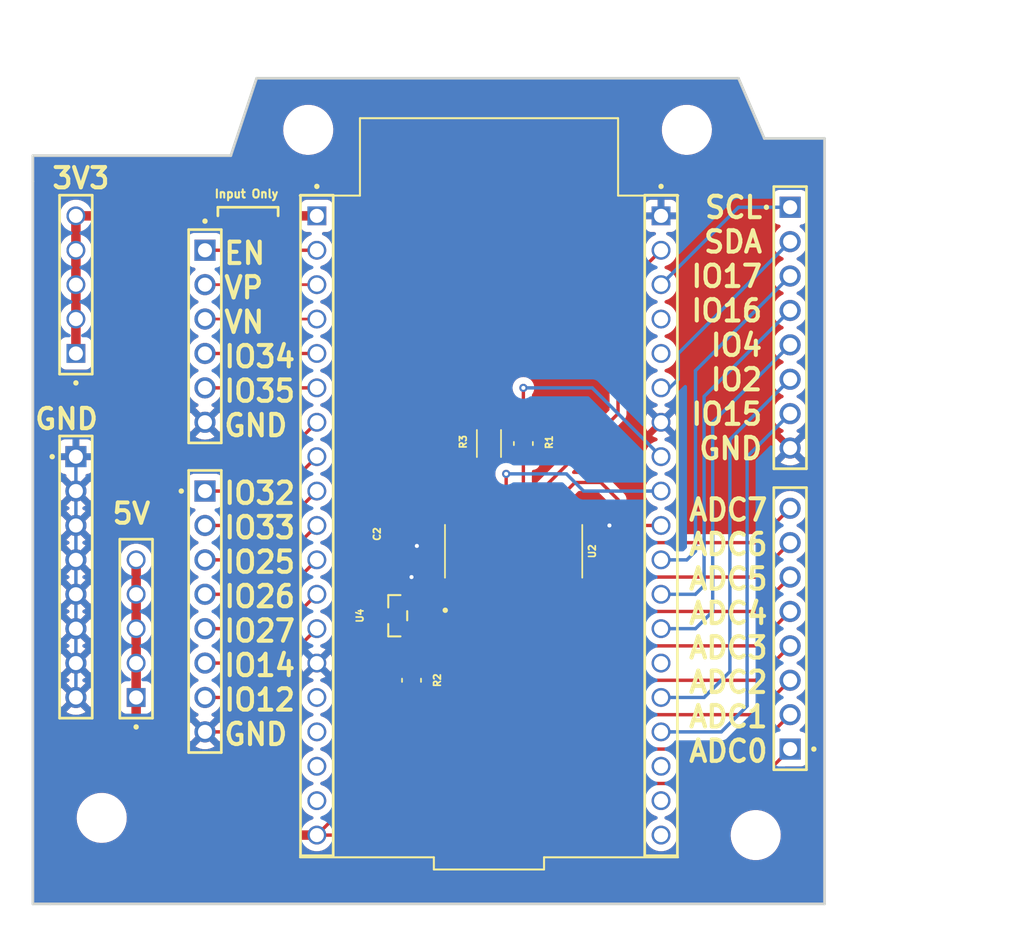
<source format=kicad_pcb>
(kicad_pcb (version 20221018) (generator pcbnew)
  (layers (0 "F.Cu" signal) (31 "B.Cu" signal) (34 "B.Paste" user) (35 "F.Paste" user) (36 "B.SilkS" user "B.Silkscreen") (37 "F.SilkS" user "F.Silkscreen") (38 "B.Mask" user) (39 "F.Mask" user) (44 "Edge.Cuts" user))
  (net 0 "")
  (net 1 "/3V3")
  (net 2 "/EN")
  (net 3 "/VP")
  (net 4 "/VN")
  (net 5 "/34")
  (net 6 "/35")
  (net 7 "/32")
  (net 8 "/33")
  (net 9 "/25")
  (net 10 "/26")
  (net 11 "/27")
  (net 12 "/14")
  (net 13 "/12")
  (net 18 "/5V")
  (net 19 "GND")
  (net 20 "/23")
  (net 21 "/22")
  (net 24 "/21")
  (net 25 "/19")
  (net 26 "/18")
  (net 27 "/5")
  (net 28 "/17")
  (net 29 "/16")
  (net 30 "/4")
  (net 32 "/2")
  (net 33 "/15")
  (net 37 "Net-(U2-CH0)")
  (net 38 "Net-(U2-CH1)")
  (net 39 "Net-(U2-CH2)")
  (net 40 "Net-(U2-CH3)")
  (net 41 "Net-(U2-CH4)")
  (net 42 "Net-(U2-CH5)")
  (net 43 "Net-(U2-CH6)")
  (net 44 "Net-(U2-CH7)")
  (net 46 "Net-(U2-DOUT)")
  (net 47 "/4.096Vref")
  (footprint "SSW-119-01-G-S:SAMTEC_SSW-119-01-G-S" (layer "F.Cu") (at 220.345 85.09 -90)
    (fp_text reference "J4" hide)
    (fp_text value "SSW-119-01-G-S")
    (fp_line (start -1.525 1.2065) (end -1.525 -1.2065) (stroke (width 0.2)) (layer "F.SilkS"))
    (fp_line (start 47.245 -1.2065) (end -1.525 -1.2065) (stroke (width 0.2)) (layer "F.SilkS"))
    (fp_line (start 47.245 -1.2065) (end 47.245 1.2065) (stroke (width 0.2)) (layer "F.SilkS"))
    (fp_line (start 47.245 1.2065) (end -1.525 1.2065) (stroke (width 0.2)) (layer "F.SilkS"))
    (fp_circle (center -2.175 0) (end -2.075 0) (stroke (width 0.2)) (fill none) (layer "F.SilkS"))
    (pad "01" thru_hole rect (at 0 0 270) (size 1.39 1.39) (drill 1.04) (layers "*.Cu" "*.Mask") (net 19 "GND"))
    (pad "02" thru_hole circle (at 2.54 0 270) (size 1.39 1.39) (drill 1.04) (layers "*.Cu" "*.Mask") (net 20 "/23"))
    (pad "03" thru_hole circle (at 5.08 0 270) (size 1.39 1.39) (drill 1.04) (layers "*.Cu" "*.Mask") (net 21 "/22"))
    (pad "04" thru_hole circle (at 7.62 0 270) (size 1.39 1.39) (drill 1.04) (layers "*.Cu" "*.Mask"))
    (pad "05" thru_hole circle (at 10.16 0 270) (size 1.39 1.39) (drill 1.04) (layers "*.Cu" "*.Mask"))
    (pad "06" thru_hole circle (at 12.7 0 270) (size 1.39 1.39) (drill 1.04) (layers "*.Cu" "*.Mask") (net 24 "/21"))
    (pad "07" thru_hole circle (at 15.24 0 270) (size 1.39 1.39) (drill 1.04) (layers "*.Cu" "*.Mask") (net 19 "GND"))
    (pad "08" thru_hole circle (at 17.78 0 270) (size 1.39 1.39) (drill 1.04) (layers "*.Cu" "*.Mask") (net 25 "/19"))
    (pad "09" thru_hole circle (at 20.32 0 270) (size 1.39 1.39) (drill 1.04) (layers "*.Cu" "*.Mask") (net 26 "/18"))
    (pad "10" thru_hole circle (at 22.86 0 270) (size 1.39 1.39) (drill 1.04) (layers "*.Cu" "*.Mask") (net 27 "/5"))
    (pad "11" thru_hole circle (at 25.4 0 270) (size 1.39 1.39) (drill 1.04) (layers "*.Cu" "*.Mask") (net 28 "/17"))
    (pad "12" thru_hole circle (at 27.94 0 270) (size 1.39 1.39) (drill 1.04) (layers "*.Cu" "*.Mask") (net 29 "/16"))
    (pad "13" thru_hole circle (at 30.48 0 270) (size 1.39 1.39) (drill 1.04) (layers "*.Cu" "*.Mask") (net 30 "/4"))
    (pad "14" thru_hole circle (at 33.02 0 270) (size 1.39 1.39) (drill 1.04) (layers "*.Cu" "*.Mask"))
    (pad "15" thru_hole circle (at 35.56 0 270) (size 1.39 1.39) (drill 1.04) (layers "*.Cu" "*.Mask") (net 32 "/2"))
    (pad "16" thru_hole circle (at 38.1 0 270) (size 1.39 1.39) (drill 1.04) (layers "*.Cu" "*.Mask") (net 33 "/15"))
    (pad "17" thru_hole circle (at 40.64 0 270) (size 1.39 1.39) (drill 1.04) (layers "*.Cu" "*.Mask"))
    (pad "18" thru_hole circle (at 43.18 0 270) (size 1.39 1.39) (drill 1.04) (layers "*.Cu" "*.Mask"))
    (pad "19" thru_hole circle (at 45.72 0 270) (size 1.39 1.39) (drill 1.04) (layers "*.Cu" "*.Mask"))
  )
  (footprint "CRGH0805J6K8:RESC2012X65N" (layer "F.Cu") (at 210.185 101.9 90)
    (fp_text reference "R1" (at 0.0984 1.905 90) (layer "F.SilkS") (effects (font (size 0.5 0.5) (thickness 0.125) bold)))
    (fp_text value "CRGH0805J6K8")
    (fp_line (start -0.12 -0.7) (end 0.12 -0.7) (stroke (width 0.127)) (layer "F.SilkS"))
    (fp_line (start -0.12 0.7) (end 0.12 0.7) (stroke (width 0.127)) (layer "F.SilkS"))
    (pad "1" smd rect (at -0.935 0 90) (size 1 1.42) (layers "F.Cu" "F.Paste" "F.Mask") (net 46 "Net-(U2-DOUT)"))
    (pad "2" smd rect (at 0.935 0 90) (size 1 1.42) (layers "F.Cu" "F.Paste" "F.Mask") (net 25 "/19"))
  )
  (footprint "MountingHole:MountingHole_3.2mm_M3" (layer "F.Cu") (at 227.33 130.81 180)
    (fp_text reference "REF**" hide)
    (fp_text value "MountingHole_3.2mm_M3" hide)
    (pad "" np_thru_hole circle (at 0 0 180) (size 3.2 3.2) (drill 3.2) (layers "F&B.Cu" "*.Mask"))
  )
  (footprint "MountingHole:MountingHole_3.2mm_M3" (layer "F.Cu") (at 222.25 78.74 180)
    (fp_text reference "REF**" hide)
    (fp_text value "MountingHole_3.2mm_M3")
    (pad "" np_thru_hole circle (at 0 0 180) (size 3.2 3.2) (drill 3.2) (layers "F&B.Cu" "*.Mask"))
  )
  (footprint "MountingHole:MountingHole_3.2mm_M3" (layer "F.Cu") (at 194.31 78.74 180)
    (fp_text reference "REF**" hide)
    (fp_text value "MountingHole_3.2mm_M3")
    (pad "" np_thru_hole circle (at 0 0 180) (size 3.2 3.2) (drill 3.2) (layers "F&B.Cu" "*.Mask"))
  )
  (footprint "SSW-119-01-G-S:SAMTEC_SSW-119-01-G-S" (layer "F.Cu") (at 194.945 85.09 -90)
    (fp_text reference "J1" hide)
    (fp_text value "SSW-119-01-G-S")
    (fp_line (start -1.525 1.2065) (end -1.525 -1.2065) (stroke (width 0.2)) (layer "F.SilkS"))
    (fp_line (start 47.245 -1.2065) (end -1.525 -1.2065) (stroke (width 0.2)) (layer "F.SilkS"))
    (fp_line (start 47.245 -1.2065) (end 47.245 1.2065) (stroke (width 0.2)) (layer "F.SilkS"))
    (fp_line (start 47.245 1.2065) (end -1.525 1.2065) (stroke (width 0.2)) (layer "F.SilkS"))
    (fp_circle (center -2.175 0) (end -2.075 0) (stroke (width 0.2)) (fill none) (layer "F.SilkS"))
    (pad "01" thru_hole rect (at 0 0 270) (size 1.39 1.39) (drill 1.04) (layers "*.Cu" "*.Mask") (net 1 "/3V3"))
    (pad "02" thru_hole circle (at 2.54 0 270) (size 1.39 1.39) (drill 1.04) (layers "*.Cu" "*.Mask") (net 2 "/EN"))
    (pad "03" thru_hole circle (at 5.08 0 270) (size 1.39 1.39) (drill 1.04) (layers "*.Cu" "*.Mask") (net 3 "/VP"))
    (pad "04" thru_hole circle (at 7.62 0 270) (size 1.39 1.39) (drill 1.04) (layers "*.Cu" "*.Mask") (net 4 "/VN"))
    (pad "05" thru_hole circle (at 10.16 0 270) (size 1.39 1.39) (drill 1.04) (layers "*.Cu" "*.Mask") (net 5 "/34"))
    (pad "06" thru_hole circle (at 12.7 0 270) (size 1.39 1.39) (drill 1.04) (layers "*.Cu" "*.Mask") (net 6 "/35"))
    (pad "07" thru_hole circle (at 15.24 0 270) (size 1.39 1.39) (drill 1.04) (layers "*.Cu" "*.Mask") (net 7 "/32"))
    (pad "08" thru_hole circle (at 17.78 0 270) (size 1.39 1.39) (drill 1.04) (layers "*.Cu" "*.Mask") (net 8 "/33"))
    (pad "09" thru_hole circle (at 20.32 0 270) (size 1.39 1.39) (drill 1.04) (layers "*.Cu" "*.Mask") (net 9 "/25"))
    (pad "10" thru_hole circle (at 22.86 0 270) (size 1.39 1.39) (drill 1.04) (layers "*.Cu" "*.Mask") (net 10 "/26"))
    (pad "11" thru_hole circle (at 25.4 0 270) (size 1.39 1.39) (drill 1.04) (layers "*.Cu" "*.Mask") (net 11 "/27"))
    (pad "12" thru_hole circle (at 27.94 0 270) (size 1.39 1.39) (drill 1.04) (layers "*.Cu" "*.Mask") (net 12 "/14"))
    (pad "13" thru_hole circle (at 30.48 0 270) (size 1.39 1.39) (drill 1.04) (layers "*.Cu" "*.Mask") (net 13 "/12"))
    (pad "14" thru_hole circle (at 33.02 0 270) (size 1.39 1.39) (drill 1.04) (layers "*.Cu" "*.Mask") (net 19 "GND"))
    (pad "15" thru_hole circle (at 35.56 0 270) (size 1.39 1.39) (drill 1.04) (layers "*.Cu" "*.Mask"))
    (pad "16" thru_hole circle (at 38.1 0 270) (size 1.39 1.39) (drill 1.04) (layers "*.Cu" "*.Mask"))
    (pad "17" thru_hole circle (at 40.64 0 270) (size 1.39 1.39) (drill 1.04) (layers "*.Cu" "*.Mask"))
    (pad "18" thru_hole circle (at 43.18 0 270) (size 1.39 1.39) (drill 1.04) (layers "*.Cu" "*.Mask"))
    (pad "19" thru_hole circle (at 45.72 0 270) (size 1.39 1.39) (drill 1.04) (layers "*.Cu" "*.Mask") (net 18 "/5V"))
  )
  (footprint "SSW-105-01-G-S:SAMTEC_SSW-105-01-G-S" (layer "F.Cu") (at 177.165 95.25 90)
    (fp_text reference "J6" hide)
    (fp_text value "SSW-105-01-G-S")
    (fp_line (start -1.525 1.2065) (end -1.525 -1.2065) (stroke (width 0.2)) (layer "F.SilkS"))
    (fp_line (start 11.685 -1.2065) (end -1.525 -1.2065) (stroke (width 0.2)) (layer "F.SilkS"))
    (fp_line (start 11.685 -1.2065) (end 11.685 1.2065) (stroke (width 0.2)) (layer "F.SilkS"))
    (fp_line (start 11.685 1.2065) (end -1.525 1.2065) (stroke (width 0.2)) (layer "F.SilkS"))
    (fp_circle (center -2.175 0) (end -2.075 0) (stroke (width 0.2)) (fill none) (layer "F.SilkS"))
    (pad "01" thru_hole rect (at 0 0 90) (size 1.39 1.39) (drill 1.04) (layers "*.Cu" "*.Mask") (net 1 "/3V3"))
    (pad "02" thru_hole circle (at 2.54 0 90) (size 1.39 1.39) (drill 1.04) (layers "*.Cu" "*.Mask") (net 1 "/3V3"))
    (pad "03" thru_hole circle (at 5.08 0 90) (size 1.39 1.39) (drill 1.04) (layers "*.Cu" "*.Mask") (net 1 "/3V3"))
    (pad "04" thru_hole circle (at 7.62 0 90) (size 1.39 1.39) (drill 1.04) (layers "*.Cu" "*.Mask") (net 1 "/3V3"))
    (pad "05" thru_hole circle (at 10.16 0 90) (size 1.39 1.39) (drill 1.04) (layers "*.Cu" "*.Mask") (net 1 "/3V3"))
  )
  (footprint "SSW-108-XX-X-S:SAMTEC_SSW-108-XX-X-S" (layer "F.Cu") (at 186.69 114.3 -90)
    (fp_text reference "J3" hide)
    (fp_text value "SSW-108-XX-X-S")
    (fp_line (start -10.415 -1.205) (end 10.415 -1.205) (stroke (width 0.2)) (layer "F.SilkS"))
    (fp_line (start -10.415 1.205) (end -10.415 -1.205) (stroke (width 0.2)) (layer "F.SilkS"))
    (fp_line (start 10.415 -1.205) (end 10.415 1.205) (stroke (width 0.2)) (layer "F.SilkS"))
    (fp_line (start 10.415 1.205) (end -10.415 1.205) (stroke (width 0.2)) (layer "F.SilkS"))
    (fp_circle (center -8.89 1.75) (end -8.79 1.75) (stroke (width 0.2)) (fill none) (layer "F.SilkS"))
    (pad "01" thru_hole rect (at -8.89 0 270) (size 1.56 1.56) (drill 1.04) (layers "*.Cu" "*.Mask") (net 7 "/32"))
    (pad "02" thru_hole circle (at -6.35 0 270) (size 1.56 1.56) (drill 1.04) (layers "*.Cu" "*.Mask") (net 8 "/33"))
    (pad "03" thru_hole circle (at -3.81 0 270) (size 1.56 1.56) (drill 1.04) (layers "*.Cu" "*.Mask") (net 9 "/25"))
    (pad "04" thru_hole circle (at -1.27 0 270) (size 1.56 1.56) (drill 1.04) (layers "*.Cu" "*.Mask") (net 10 "/26"))
    (pad "05" thru_hole circle (at 1.27 0 270) (size 1.56 1.56) (drill 1.04) (layers "*.Cu" "*.Mask") (net 11 "/27"))
    (pad "06" thru_hole circle (at 3.81 0 270) (size 1.56 1.56) (drill 1.04) (layers "*.Cu" "*.Mask") (net 12 "/14"))
    (pad "07" thru_hole circle (at 6.35 0 270) (size 1.56 1.56) (drill 1.04) (layers "*.Cu" "*.Mask") (net 13 "/12"))
    (pad "08" thru_hole circle (at 8.89 0 270) (size 1.56 1.56) (drill 1.04) (layers "*.Cu" "*.Mask") (net 19 "GND"))
  )
  (footprint "MountingHole:MountingHole_3.2mm_M3" (layer "F.Cu") (at 179.07 129.54 180)
    (fp_text reference "REF**" hide)
    (fp_text value "MountingHole_3.2mm_M3" hide)
    (pad "" np_thru_hole circle (at 0 0 180) (size 3.2 3.2) (drill 3.2) (layers "F&B.Cu" "*.Mask"))
  )
  (footprint "SSW-108-XX-X-S:SAMTEC_SSW-108-XX-X-S" (layer "F.Cu") (at 177.165 111.76 -90)
    (fp_text reference "J8" hide)
    (fp_text value "SSW-108-XX-X-S")
    (fp_line (start -10.415 -1.205) (end 10.415 -1.205) (stroke (width 0.2)) (layer "F.SilkS"))
    (fp_line (start -10.415 1.205) (end -10.415 -1.205) (stroke (width 0.2)) (layer "F.SilkS"))
    (fp_line (start 10.415 -1.205) (end 10.415 1.205) (stroke (width 0.2)) (layer "F.SilkS"))
    (fp_line (start 10.415 1.205) (end -10.415 1.205) (stroke (width 0.2)) (layer "F.SilkS"))
    (fp_circle (center -8.89 1.75) (end -8.79 1.75) (stroke (width 0.2)) (fill none) (layer "F.SilkS"))
    (pad "01" thru_hole rect (at -8.89 0 270) (size 1.56 1.56) (drill 1.04) (layers "*.Cu" "*.Mask") (net 19 "GND"))
    (pad "02" thru_hole circle (at -6.35 0 270) (size 1.56 1.56) (drill 1.04) (layers "*.Cu" "*.Mask") (net 19 "GND"))
    (pad "03" thru_hole circle (at -3.81 0 270) (size 1.56 1.56) (drill 1.04) (layers "*.Cu" "*.Mask") (net 19 "GND"))
    (pad "04" thru_hole circle (at -1.27 0 270) (size 1.56 1.56) (drill 1.04) (layers "*.Cu" "*.Mask") (net 19 "GND"))
    (pad "05" thru_hole circle (at 1.27 0 270) (size 1.56 1.56) (drill 1.04) (layers "*.Cu" "*.Mask") (net 19 "GND"))
    (pad "06" thru_hole circle (at 3.81 0 270) (size 1.56 1.56) (drill 1.04) (layers "*.Cu" "*.Mask") (net 19 "GND"))
    (pad "07" thru_hole circle (at 6.35 0 270) (size 1.56 1.56) (drill 1.04) (layers "*.Cu" "*.Mask") (net 19 "GND"))
    (pad "08" thru_hole circle (at 8.89 0 270) (size 1.56 1.56) (drill 1.04) (layers "*.Cu" "*.Mask") (net 19 "GND"))
  )
  (footprint "SSW-106-01-X-S:SAMTEC_SSW-106-01-X-S" (layer "F.Cu") (at 186.69 93.98 -90)
    (fp_text reference "J2" hide)
    (fp_text value "SSW-106-01-X-S")
    (fp_line (start -7.875 -1.205) (end 7.875 -1.205) (stroke (width 0.2)) (layer "F.SilkS"))
    (fp_line (start -7.875 1.205) (end -7.875 -1.205) (stroke (width 0.2)) (layer "F.SilkS"))
    (fp_line (start 7.875 -1.205) (end 7.875 1.205) (stroke (width 0.2)) (layer "F.SilkS"))
    (fp_line (start 7.875 1.205) (end -7.875 1.205) (stroke (width 0.2)) (layer "F.SilkS"))
    (fp_circle (center -8.5 0) (end -8.4 0) (stroke (width 0.2)) (fill none) (layer "F.SilkS"))
    (pad "01" thru_hole rect (at -6.35 0 270) (size 1.56 1.56) (drill 1.04) (layers "*.Cu" "*.Mask") (net 2 "/EN"))
    (pad "02" thru_hole circle (at -3.81 0 270) (size 1.56 1.56) (drill 1.04) (layers "*.Cu" "*.Mask") (net 3 "/VP"))
    (pad "03" thru_hole circle (at -1.27 0 270) (size 1.56 1.56) (drill 1.04) (layers "*.Cu" "*.Mask") (net 4 "/VN"))
    (pad "04" thru_hole circle (at 1.27 0 270) (size 1.56 1.56) (drill 1.04) (layers "*.Cu" "*.Mask") (net 5 "/34"))
    (pad "05" thru_hole circle (at 3.81 0 270) (size 1.56 1.56) (drill 1.04) (layers "*.Cu" "*.Mask") (net 6 "/35"))
    (pad "06" thru_hole circle (at 6.35 0 270) (size 1.56 1.56) (drill 1.04) (layers "*.Cu" "*.Mask") (net 19 "GND"))
  )
  (footprint "SSW-105-01-G-S:SAMTEC_SSW-105-01-G-S" (layer "F.Cu") (at 181.61 120.65 90)
    (fp_text reference "J7" hide)
    (fp_text value "SSW-105-01-G-S" hide)
    (fp_line (start -1.525 1.2065) (end -1.525 -1.2065) (stroke (width 0.2)) (layer "F.SilkS"))
    (fp_line (start 11.685 -1.2065) (end -1.525 -1.2065) (stroke (width 0.2)) (layer "F.SilkS"))
    (fp_line (start 11.685 -1.2065) (end 11.685 1.2065) (stroke (width 0.2)) (layer "F.SilkS"))
    (fp_line (start 11.685 1.2065) (end -1.525 1.2065) (stroke (width 0.2)) (layer "F.SilkS"))
    (fp_circle (center -2.175 0) (end -2.075 0) (stroke (width 0.2)) (fill none) (layer "F.SilkS"))
    (pad "01" thru_hole rect (at 0 0 90) (size 1.39 1.39) (drill 1.04) (layers "*.Cu" "*.Mask") (net 18 "/5V"))
    (pad "02" thru_hole circle (at 2.54 0 90) (size 1.39 1.39) (drill 1.04) (layers "*.Cu" "*.Mask") (net 18 "/5V"))
    (pad "03" thru_hole circle (at 5.08 0 90) (size 1.39 1.39) (drill 1.04) (layers "*.Cu" "*.Mask") (net 18 "/5V"))
    (pad "04" thru_hole circle (at 7.62 0 90) (size 1.39 1.39) (drill 1.04) (layers "*.Cu" "*.Mask") (net 18 "/5V"))
    (pad "05" thru_hole circle (at 10.16 0 90) (size 1.39 1.39) (drill 1.04) (layers "*.Cu" "*.Mask") (net 18 "/5V"))
  )
  (footprint "C0805C104K5RACTU:CAPC2012X88N" (layer "F.Cu") (at 201.055 108.585 -90)
    (fp_text reference "C2" (at 0 1.665 90) (layer "F.SilkS") (effects (font (size 0.5 0.5) (thickness 0.125) bold)))
    (fp_text value "C0805C104K5RACTU")
    (pad "1" smd rect (at -0.875 0 270) (size 1.16 1.47) (layers "F.Cu" "F.Paste" "F.Mask") (net 18 "/5V"))
    (pad "2" smd rect (at 0.875 0 270) (size 1.16 1.47) (layers "F.Cu" "F.Paste" "F.Mask") (net 19 "GND"))
  )
  (footprint "CRG0805F10K:RESC2012X65N" (layer "F.Cu") (at 207.645 101.9 -90)
    (fp_text reference "R3" (at -0.121633 1.905 90) (layer "F.SilkS") (effects (font (size 0.5 0.5) (thickness 0.125) bold)))
    (fp_text value "CRG0805F10K")
    (fp_line (start -1 -0.89) (end 1 -0.89) (stroke (width 0.127)) (layer "F.SilkS"))
    (fp_line (start -1 0.89) (end 1 0.89) (stroke (width 0.127)) (layer "F.SilkS"))
    (pad "1" smd roundrect (at -0.935 0 270) (size 1 1.42) (layers "F.Cu" "F.Paste" "F.Mask") (roundrect_rratio 0.125) (net 25 "/19"))
    (pad "2" smd roundrect (at 0.935 0 270) (size 1 1.42) (layers "F.Cu" "F.Paste" "F.Mask") (roundrect_rratio 0.125) (net 19 "GND"))
  )
  (footprint "SSW-108-XX-X-S:SAMTEC_SSW-108-XX-X-S" (layer "F.Cu") (at 229.87 115.57 90)
    (fp_text reference "J9" hide)
    (fp_text value "SSW-108-XX-X-S")
    (fp_line (start -10.415 -1.205) (end 10.415 -1.205) (stroke (width 0.2)) (layer "F.SilkS"))
    (fp_line (start -10.415 1.205) (end -10.415 -1.205) (stroke (width 0.2)) (layer "F.SilkS"))
    (fp_line (start 10.415 -1.205) (end 10.415 1.205) (stroke (width 0.2)) (layer "F.SilkS"))
    (fp_line (start 10.415 1.205) (end -10.415 1.205) (stroke (width 0.2)) (layer "F.SilkS"))
    (fp_circle (center -8.89 1.75) (end -8.79 1.75) (stroke (width 0.2)) (fill none) (layer "F.SilkS"))
    (pad "01" thru_hole rect (at -8.89 0 90) (size 1.56 1.56) (drill 1.04) (layers "*.Cu" "*.Mask") (net 37 "Net-(U2-CH0)"))
    (pad "02" thru_hole circle (at -6.35 0 90) (size 1.56 1.56) (drill 1.04) (layers "*.Cu" "*.Mask") (net 38 "Net-(U2-CH1)"))
    (pad "03" thru_hole circle (at -3.81 0 90) (size 1.56 1.56) (drill 1.04) (layers "*.Cu" "*.Mask") (net 39 "Net-(U2-CH2)"))
    (pad "04" thru_hole circle (at -1.27 0 90) (size 1.56 1.56) (drill 1.04) (layers "*.Cu" "*.Mask") (net 40 "Net-(U2-CH3)"))
    (pad "05" thru_hole circle (at 1.27 0 90) (size 1.56 1.56) (drill 1.04) (layers "*.Cu" "*.Mask") (net 41 "Net-(U2-CH4)"))
    (pad "06" thru_hole circle (at 3.81 0 90) (size 1.56 1.56) (drill 1.04) (layers "*.Cu" "*.Mask") (net 42 "Net-(U2-CH5)"))
    (pad "07" thru_hole circle (at 6.35 0 90) (size 1.56 1.56) (drill 1.04) (layers "*.Cu" "*.Mask") (net 43 "Net-(U2-CH6)"))
    (pad "08" thru_hole circle (at 8.89 0 90) (size 1.56 1.56) (drill 1.04) (layers "*.Cu" "*.Mask") (net 44 "Net-(U2-CH7)"))
  )
  (footprint "CRGH0805F1K0:RESC2012X65N" (layer "F.Cu") (at 201.93 119.38 90)
    (fp_text reference "R2" (at 0 1.905 90) (layer "F.SilkS") (effects (font (size 0.5 0.5) (thickness 0.125) bold)))
    (fp_text value "CRGH0805F1K0")
    (fp_line (start -0.12 -0.7) (end 0.12 -0.7) (stroke (width 0.127)) (layer "F.SilkS"))
    (fp_line (start -0.12 0.7) (end 0.12 0.7) (stroke (width 0.127)) (layer "F.SilkS"))
    (pad "1" smd rect (at -0.935 0 90) (size 1 1.42) (layers "F.Cu" "F.Paste" "F.Mask") (net 18 "/5V"))
    (pad "2" smd rect (at 0.935 0 90) (size 1 1.42) (layers "F.Cu" "F.Paste" "F.Mask") (net 47 "/4.096Vref"))
  )
  (footprint "footprints:DBZ3" (layer "F.Cu") (at 200.914 114.615001 90)
    (fp_text reference "U4" (at 0 -2.794 90 unlocked) (layer "F.SilkS") (effects (font (size 0.5 0.5) (thickness 0.125))))
    (fp_text value "LM4040AIM3-4.1/NOPB")
    (fp_line (start -1.524 -0.6985) (end -1.524 0.200916) (stroke (width 0.1524)) (layer "F.SilkS"))
    (fp_line (start -0.61214 -0.6985) (end -1.524 -0.6985) (stroke (width 0.1524)) (layer "F.SilkS"))
    (fp_line (start -0.337861 0.6985) (end 0.337861 0.6985) (stroke (width 0.1524)) (layer "F.SilkS"))
    (fp_line (start 1.524 -0.6985) (end 0.61214 -0.6985) (stroke (width 0.1524)) (layer "F.SilkS"))
    (fp_line (start 1.524 0.200916) (end 1.524 -0.6985) (stroke (width 0.1524)) (layer "F.SilkS"))
    (pad "1" smd rect (at -0.950001 1.016 90) (size 0.5588 1.3208) (layers "F.Cu" "F.Paste" "F.Mask") (net 47 "/4.096Vref"))
    (pad "2" smd rect (at 0.950001 1.016 90) (size 0.5588 1.3208) (layers "F.Cu" "F.Paste" "F.Mask") (net 19 "GND"))
    (pad "3" smd rect (at 0 -0.88265 90) (size 0.5588 1.5875) (layers "F.Cu" "F.Paste" "F.Mask"))
  )
  (footprint "MCP3208-CI_SL:SOIC127P600X175-16N" (layer "F.Cu") (at 209.465 109.855 90)
    (fp_text reference "U2" (at 0 5.8 90) (layer "F.SilkS") (effects (font (size 0.5 0.5) (thickness 0.125) bold)))
    (fp_text value "MCP3208-CI_SL")
    (fp_line (start -1.95 -5.065) (end 1.95 -5.065) (stroke (width 0.127)) (layer "F.SilkS"))
    (fp_line (start -1.95 5.065) (end 1.95 5.065) (stroke (width 0.127)) (layer "F.SilkS"))
    (fp_circle (center -4.355 -5.045) (end -4.255 -5.045) (stroke (width 0.2)) (fill none) (layer "F.SilkS"))
    (pad "1" smd roundrect (at -2.455 -4.445 90) (size 1.9 0.6) (layers "F.Cu" "F.Paste" "F.Mask") (roundrect_rratio 0.125) (net 37 "Net-(U2-CH0)"))
    (pad "2" smd roundrect (at -2.455 -3.175 90) (size 1.9 0.6) (layers "F.Cu" "F.Paste" "F.Mask") (roundrect_rratio 0.125) (net 38 "Net-(U2-CH1)"))
    (pad "3" smd roundrect (at -2.455 -1.905 90) (size 1.9 0.6) (layers "F.Cu" "F.Paste" "F.Mask") (roundrect_rratio 0.125) (net 39 "Net-(U2-CH2)"))
    (pad "4" smd roundrect (at -2.455 -0.635 90) (size 1.9 0.6) (layers "F.Cu" "F.Paste" "F.Mask") (roundrect_rratio 0.125) (net 40 "Net-(U2-CH3)"))
    (pad "5" smd roundrect (at -2.455 0.635 90) (size 1.9 0.6) (layers "F.Cu" "F.Paste" "F.Mask") (roundrect_rratio 0.125) (net 41 "Net-(U2-CH4)"))
    (pad "6" smd roundrect (at -2.455 1.905 90) (size 1.9 0.6) (layers "F.Cu" "F.Paste" "F.Mask") (roundrect_rratio 0.125) (net 42 "Net-(U2-CH5)"))
    (pad "7" smd roundrect (at -2.455 3.175 90) (size 1.9 0.6) (layers "F.Cu" "F.Paste" "F.Mask") (roundrect_rratio 0.125) (net 43 "Net-(U2-CH6)"))
    (pad "8" smd roundrect (at -2.455 4.445 90) (size 1.9 0.6) (layers "F.Cu" "F.Paste" "F.Mask") (roundrect_rratio 0.125) (net 44 "Net-(U2-CH7)"))
    (pad "9" smd roundrect (at 2.455 4.445 90) (size 1.9 0.6) (layers "F.Cu" "F.Paste" "F.Mask") (roundrect_rratio 0.125) (net 19 "GND"))
    (pad "10" smd roundrect (at 2.455 3.175 90) (size 1.9 0.6) (layers "F.Cu" "F.Paste" "F.Mask") (roundrect_rratio 0.125) (net 27 "/5"))
    (pad "11" smd roundrect (at 2.455 1.905 90) (size 1.9 0.6) (layers "F.Cu" "F.Paste" "F.Mask") (roundrect_rratio 0.125) (net 20 "/23"))
    (pad "12" smd roundrect (at 2.455 0.635 90) (size 1.9 0.6) (layers "F.Cu" "F.Paste" "F.Mask") (roundrect_rratio 0.125) (net 46 "Net-(U2-DOUT)"))
    (pad "13" smd roundrect (at 2.455 -0.635 90) (size 1.9 0.6) (layers "F.Cu" "F.Paste" "F.Mask") (roundrect_rratio 0.125) (net 26 "/18"))
    (pad "14" smd roundrect (at 2.455 -1.905 90) (size 1.9 0.6) (layers "F.Cu" "F.Paste" "F.Mask") (roundrect_rratio 0.125) (net 19 "GND"))
    (pad "15" smd roundrect (at 2.455 -3.175 90) (size 1.9 0.6) (layers "F.Cu" "F.Paste" "F.Mask") (roundrect_rratio 0.125) (net 47 "/4.096Vref"))
    (pad "16" smd roundrect (at 2.455 -4.445 90) (size 1.9 0.6) (layers "F.Cu" "F.Paste" "F.Mask") (roundrect_rratio 0.125) (net 18 "/5V"))
  )
  (footprint "SSW-108-XX-X-S:SAMTEC_SSW-108-XX-X-S" (layer "F.Cu") (at 229.87 93.345 -90)
    (fp_text reference "J5" hide)
    (fp_text value "SSW-108-XX-X-S")
    (fp_line (start -10.415 -1.205) (end 10.415 -1.205) (stroke (width 0.2)) (layer "F.SilkS"))
    (fp_line (start -10.415 1.205) (end -10.415 -1.205) (stroke (width 0.2)) (layer "F.SilkS"))
    (fp_line (start 10.415 -1.205) (end 10.415 1.205) (stroke (width 0.2)) (layer "F.SilkS"))
    (fp_line (start 10.415 1.205) (end -10.415 1.205) (stroke (width 0.2)) (layer "F.SilkS"))
    (fp_circle (center -8.89 1.75) (end -8.79 1.75) (stroke (width 0.2)) (fill none) (layer "F.SilkS"))
    (pad "01" thru_hole rect (at -8.89 0 270) (size 1.56 1.56) (drill 1.04) (layers "*.Cu" "*.Mask") (net 21 "/22"))
    (pad "02" thru_hole circle (at -6.35 0 270) (size 1.56 1.56) (drill 1.04) (layers "*.Cu" "*.Mask") (net 24 "/21"))
    (pad "03" thru_hole circle (at -3.81 0 270) (size 1.56 1.56) (drill 1.04) (layers "*.Cu" "*.Mask") (net 28 "/17"))
    (pad "04" thru_hole circle (at -1.27 0 270) (size 1.56 1.56) (drill 1.04) (layers "*.Cu" "*.Mask") (net 29 "/16"))
    (pad "05" thru_hole circle (at 1.27 0 270) (size 1.56 1.56) (drill 1.04) (layers "*.Cu" "*.Mask") (net 30 "/4"))
    (pad "06" thru_hole circle (at 3.81 0 270) (size 1.56 1.56) (drill 1.04) (layers "*.Cu" "*.Mask") (net 32 "/2"))
    (pad "07" thru_hole circle (at 6.35 0 270) (size 1.56 1.56) (drill 1.04) (layers "*.Cu" "*.Mask") (net 33 "/15"))
    (pad "08" thru_hole circle (at 8.89 0 270) (size 1.56 1.56) (drill 1.04) (layers "*.Cu" "*.Mask") (net 19 "GND"))
  )
  (gr_line (start 187.6425 85.09) (end 187.6425 84.455) (stroke (width 0.2)) (layer "F.SilkS"))
  (gr_line (start 217.175 77.88) (end 217.175 83.595) (stroke (width 0.15)) (layer "F.SilkS"))
  (gr_line (start 193.7 132.45) (end 203.58 132.45) (stroke (width 0.15)) (layer "F.SilkS"))
  (gr_line (start 203.58 132.45) (end 203.58 133.35) (stroke (width 0.15)) (layer "F.SilkS"))
  (gr_line (start 211.71 132.45) (end 221.6 132.45) (stroke (width 0.15)) (layer "F.SilkS"))
  (gr_line (start 217.175 83.595) (end 221.62 83.595) (stroke (width 0.15)) (layer "F.SilkS"))
  (gr_line (start 203.58 133.35) (end 211.71 133.35) (stroke (width 0.15)) (layer "F.SilkS"))
  (gr_line (start 198.125 83.595) (end 198.125 77.88) (stroke (width 0.15)) (layer "F.SilkS"))
  (gr_line (start 198.125 77.88) (end 217.175 77.88) (stroke (width 0.15)) (layer "F.SilkS"))
  (gr_line (start 192.0875 84.455) (end 192.0875 85.09) (stroke (width 0.2)) (layer "F.SilkS"))
  (gr_line (start 211.71 133.35) (end 211.71 132.45) (stroke (width 0.15)) (layer "F.SilkS"))
  (gr_line (start 187.6425 84.455) (end 192.0875 84.455) (stroke (width 0.2)) (layer "F.SilkS"))
  (gr_line (start 198.125 83.595) (end 193.68 83.595) (stroke (width 0.15)) (layer "F.SilkS"))
  (gr_line (start 190.5 74.93) (end 226.06 74.93) (stroke (width 0.2)) (layer "Edge.Cuts"))
  (gr_line (start 173.99 135.89) (end 175.26 135.89) (stroke (width 0.2)) (layer "Edge.Cuts"))
  (gr_line (start 232.41 135.89) (end 175.26 135.89) (stroke (width 0.2)) (layer "Edge.Cuts"))
  (gr_line (start 232.41 135.89) (end 232.41 79.375) (stroke (width 0.2)) (layer "Edge.Cuts"))
  (gr_line (start 188.595 80.645) (end 190.5 74.93) (stroke (width 0.2)) (layer "Edge.Cuts"))
  (gr_line (start 173.99 82.55) (end 173.99 135.89) (stroke (width 0.2)) (layer "Edge.Cuts"))
  (gr_line (start 232.41 79.375) (end 227.965 79.375) (stroke (width 0.2)) (layer "Edge.Cuts"))
  (gr_line (start 173.99 82.55) (end 173.99 80.645) (stroke (width 0.2)) (layer "Edge.Cuts"))
  (gr_line (start 226.06 74.93) (end 227.965 79.375) (stroke (width 0.2)) (layer "Edge.Cuts"))
  (gr_line (start 173.99 80.645) (end 188.595 80.645) (stroke (width 0.2)) (layer "Edge.Cuts"))
  (gr_text "EN\nVP\nVN\nIO34\nIO35\nGND" (at 187.96 101.5) (layer "F.SilkS") (effects (font (size 1.58 1.5) (thickness 0.3) bold) (justify left bottom)))
  (gr_text "GND" (at 173.99 100.965) (layer "F.SilkS") (effects (font (size 1.5 1.5) (thickness 0.3) bold) (justify left bottom)))
  (gr_text "SCL\nSDA\nIO17\nIO16\nIO4\nIO2\nIO15\nGND" (at 227.965 103.2) (layer "F.SilkS") (effects (font (size 1.58 1.5) (thickness 0.3) bold) (justify right bottom)))
  (gr_text "5V" (at 179.705 107.95) (layer "F.SilkS") (effects (font (size 1.5 1.5) (thickness 0.3) bold) (justify left bottom)))
  (gr_text "Input Only \n" (at 187.325 83.82) (layer "F.SilkS") (effects (font (size 0.6 0.6) (thickness 0.15) bold) (justify left bottom)))
  (gr_text "ADC7\nADC6\nADC5\nADC4\nADC3\nADC2\nADC1\nADC0" (at 222.25 125.54) (layer "F.SilkS") (effects (font (size 1.58 1.5) (thickness 0.3) bold) (justify left bottom)))
  (gr_text "3V3" (at 175.26 83.185) (layer "F.SilkS") (effects (font (size 1.5 1.5) (thickness 0.3) bold) (justify left bottom)))
  (gr_text "IO32\nIO33\nIO25\nIO26\nIO27\nIO14\nIO12\nGND\n" (at 187.96 124.3) (layer "F.SilkS") (effects (font (size 1.58 1.5) (thickness 0.3) bold) (justify left bottom)))
  (segment (start 194.945 85.09) (end 177.165 85.09) (width 0.7) (layer "F.Cu") (net 1))
  (segment (start 177.165 85.09) (end 177.165 95.25) (width 0.7) (layer "F.Cu") (net 1))
  (segment (start 186.69 87.63) (end 194.945 87.63) (width 0.25) (layer "F.Cu") (net 2))
  (segment (start 186.69 90.17) (end 194.945 90.17) (width 0.2) (layer "F.Cu") (net 3))
  (segment (start 186.69 92.71) (end 194.945 92.71) (width 0.2) (layer "F.Cu") (net 4))
  (segment (start 186.69 95.25) (end 194.945 95.25) (width 0.25) (layer "F.Cu") (net 5))
  (segment (start 186.69 97.79) (end 194.945 97.79) (width 0.25) (layer "F.Cu") (net 6))
  (segment (start 189.865 105.41) (end 194.945 100.33) (width 0.25) (layer "F.Cu") (net 7))
  (segment (start 186.69 105.41) (end 189.865 105.41) (width 0.25) (layer "F.Cu") (net 7))
  (segment (start 189.865 107.95) (end 194.945 102.87) (width 0.25) (layer "F.Cu") (net 8))
  (segment (start 186.69 107.95) (end 189.865 107.95) (width 0.25) (layer "F.Cu") (net 8))
  (segment (start 189.865 110.49) (end 194.945 105.41) (width 0.25) (layer "F.Cu") (net 9))
  (segment (start 186.69 110.49) (end 189.865 110.49) (width 0.25) (layer "F.Cu") (net 9))
  (segment (start 194.945 107.95) (end 189.865 113.03) (width 0.25) (layer "F.Cu") (net 10))
  (segment (start 189.865 113.03) (end 186.69 113.03) (width 0.25) (layer "F.Cu") (net 10))
  (segment (start 189.865 115.57) (end 194.945 110.49) (width 0.25) (layer "F.Cu") (net 11))
  (segment (start 186.69 115.57) (end 189.865 115.57) (width 0.25) (layer "F.Cu") (net 11))
  (segment (start 186.69 118.11) (end 189.865 118.11) (width 0.25) (layer "F.Cu") (net 12))
  (segment (start 189.865 118.11) (end 194.945 113.03) (width 0.25) (layer "F.Cu") (net 12))
  (segment (start 189.865 120.65) (end 194.945 115.57) (width 0.25) (layer "F.Cu") (net 13))
  (segment (start 186.69 120.65) (end 189.865 120.65) (width 0.25) (layer "F.Cu") (net 13))
  (segment (start 201.93 120.315) (end 201.93 128.905) (width 0.25) (layer "F.Cu") (net 18))
  (segment (start 181.61 124.4158) (end 181.61 120.65) (width 0.25) (layer "F.Cu") (net 18))
  (segment (start 181.61 124.4158) (end 181.61 118.11) (width 0.25) (layer "F.Cu") (net 18))
  (segment (start 198.12 109.22) (end 198.12 127.635) (width 0.25) (layer "F.Cu") (net 18))
  (segment (start 181.61 124.4158) (end 181.61 115.57) (width 0.25) (layer "F.Cu") (net 18))
  (segment (start 201.93 128.905) (end 200.025 130.81) (width 0.25) (layer "F.Cu") (net 18))
  (segment (start 198.12 127.635) (end 194.945 130.81) (width 0.25) (layer "F.Cu") (net 18))
  (segment (start 201.055 107.71) (end 199.63 107.71) (width 0.25) (layer "F.Cu") (net 18))
  (segment (start 199.63 107.71) (end 198.12 109.22) (width 0.25) (layer "F.Cu") (net 18))
  (segment (start 204.71 107.71) (end 205.02 107.4) (width 0.25) (layer "F.Cu") (net 18))
  (segment (start 200.025 130.81) (end 194.945 130.81) (width 0.25) (layer "F.Cu") (net 18))
  (segment (start 201.055 107.71) (end 204.71 107.71) (width 0.25) (layer "F.Cu") (net 18))
  (segment (start 188.0042 130.81) (end 181.61 124.4158) (width 0.7) (layer "F.Cu") (net 18))
  (segment (start 181.61 124.4158) (end 181.61 110.49) (width 0.7) (layer "F.Cu") (net 18))
  (segment (start 181.61 124.4158) (end 181.61 113.03) (width 0.25) (layer "F.Cu") (net 18))
  (segment (start 194.945 130.81) (end 188.0042 130.81) (width 0.7) (layer "F.Cu") (net 18))
  (segment (start 215.985 107.4) (end 216.535 107.95) (width 0.25) (layer "F.Cu") (net 19))
  (segment (start 207.645 107.315) (end 207.56 107.4) (width 0.25) (layer "F.Cu") (net 19))
  (segment (start 207.56 109.135) (end 207.645 109.22) (width 0.25) (layer "F.Cu") (net 19))
  (segment (start 213.995 109.22) (end 213.995 107.485) (width 0.25) (layer "F.Cu") (net 19))
  (segment (start 213.91 107.4) (end 215.985 107.4) (width 0.25) (layer "F.Cu") (net 19))
  (segment (start 213.995 107.485) (end 213.91 107.4) (width 0.25) (layer "F.Cu") (net 19))
  (segment (start 207.61 102.87) (end 207.645 102.835) (width 0.25) (layer "F.Cu") (net 19))
  (segment (start 207.645 109.22) (end 213.995 109.22) (width 0.25) (layer "F.Cu") (net 19))
  (segment (start 201.055 109.46) (end 202.325 109.46) (width 0.25) (layer "F.Cu") (net 19))
  (segment (start 207.645 102.835) (end 207.645 107.315) (width 0.25) (layer "F.Cu") (net 19))
  (segment (start 194.945 118.11) (end 189.865 123.19) (width 0.25) (layer "F.Cu") (net 19))
  (segment (start 201.93 113.665) (end 201.93 111.76) (width 0.25) (layer "F.Cu") (net 19))
  (segment (start 207.56 107.4) (end 207.56 109.135) (width 0.25) (layer "F.Cu") (net 19))
  (segment (start 189.865 123.19) (end 186.69 123.19) (width 0.25) (layer "F.Cu") (net 19))
  (via (at 202.325 109.46) (size 0.6) (drill 0.3) (layers "F.Cu" "B.Cu") (net 19))
  (via (at 216.535 107.95) (size 0.6) (drill 0.3) (layers "F.Cu" "B.Cu") (net 19))
  (via (at 201.93 111.76) (size 0.6) (drill 0.3) (layers "F.Cu" "B.Cu") (net 19))
  (segment (start 177.165 102.87) (end 177.165 120.65) (width 0.25) (layer "B.Cu") (net 19))
  (segment (start 220.345 87.63) (end 217.17 90.805) (width 0.25) (layer "F.Cu") (net 20))
  (segment (start 211.37 107.4) (end 211.455 107.315) (width 0.25) (layer "F.Cu") (net 20))
  (segment (start 211.455 105.41) (end 217.17 99.695) (width 0.25) (layer "F.Cu") (net 20))
  (segment (start 211.455 107.315) (end 211.455 105.41) (width 0.25) (layer "F.Cu") (net 20))
  (segment (start 217.17 90.805) (end 217.17 99.695) (width 0.25) (layer "F.Cu") (net 20))
  (segment (start 220.345 90.17) (end 226.06 84.455) (width 0.25) (layer "B.Cu") (net 21))
  (segment (start 226.06 84.455) (end 229.87 84.455) (width 0.25) (layer "B.Cu") (net 21))
  (segment (start 220.345 97.79) (end 220.98 97.79) (width 0.25) (layer "B.Cu") (net 24))
  (segment (start 220.98 97.79) (end 221.615 97.155) (width 0.25) (layer "B.Cu") (net 24))
  (segment (start 221.615 95.25) (end 229.87 86.995) (width 0.25) (layer "B.Cu") (net 24))
  (segment (start 221.615 97.155) (end 221.615 95.25) (width 0.25) (layer "B.Cu") (net 24))
  (segment (start 210.185 97.79) (end 210.185 100.965) (width 0.25) (layer "F.Cu") (net 25))
  (segment (start 207.645 100.965) (end 210.185 100.965) (width 0.25) (layer "F.Cu") (net 25))
  (via (at 210.185 97.79) (size 0.6) (drill 0.3) (layers "F.Cu" "B.Cu") (net 25))
  (segment (start 215.265 97.79) (end 210.185 97.79) (width 0.25) (layer "B.Cu") (net 25))
  (segment (start 215.265 97.79) (end 220.345 102.87) (width 0.25) (layer "B.Cu") (net 25))
  (segment (start 208.83 107.4) (end 208.915 107.315) (width 0.25) (layer "F.Cu") (net 26))
  (segment (start 208.83 107.4) (end 208.83 107.865) (width 0.25) (layer "F.Cu") (net 26))
  (segment (start 208.915 107.315) (end 208.915 104.14) (width 0.25) (layer "F.Cu") (net 26))
  (segment (start 208.83 107.865) (end 208.915 107.95) (width 0.25) (layer "F.Cu") (net 26))
  (via (at 208.915 104.14) (size 0.6) (drill 0.3) (layers "F.Cu" "B.Cu") (net 26))
  (segment (start 214.63 105.41) (end 220.345 105.41) (width 0.25) (layer "B.Cu") (net 26))
  (segment (start 213.36 104.14) (end 214.63 105.41) (width 0.25) (layer "B.Cu") (net 26))
  (segment (start 208.915 104.14) (end 213.36 104.14) (width 0.25) (layer "B.Cu") (net 26))
  (segment (start 213.995 104.775) (end 215.9 104.775) (width 0.25) (layer "F.Cu") (net 27))
  (segment (start 217.17 106.045) (end 217.17 107.315) (width 0.25) (layer "F.Cu") (net 27))
  (segment (start 217.805 107.95) (end 220.345 107.95) (width 0.25) (layer "F.Cu") (net 27))
  (segment (start 217.17 107.315) (end 217.805 107.95) (width 0.25) (layer "F.Cu") (net 27))
  (segment (start 212.64 106.13) (end 213.995 104.775) (width 0.25) (layer "F.Cu") (net 27))
  (segment (start 212.64 107.4) (end 212.64 106.13) (width 0.25) (layer "F.Cu") (net 27))
  (segment (start 215.9 104.775) (end 217.17 106.045) (width 0.25) (layer "F.Cu") (net 27))
  (segment (start 222.885 109.855) (end 222.885 96.52) (width 0.25) (layer "B.Cu") (net 28))
  (segment (start 220.345 110.49) (end 222.25 110.49) (width 0.25) (layer "B.Cu") (net 28))
  (segment (start 222.25 110.49) (end 222.885 109.855) (width 0.25) (layer "B.Cu") (net 28))
  (segment (start 222.885 96.52) (end 229.87 89.535) (width 0.25) (layer "B.Cu") (net 28))
  (segment (start 223.52 112.395) (end 223.52 98.425) (width 0.25) (layer "B.Cu") (net 29))
  (segment (start 220.345 113.03) (end 222.885 113.03) (width 0.25) (layer "B.Cu") (net 29))
  (segment (start 223.52 98.425) (end 229.87 92.075) (width 0.25) (layer "B.Cu") (net 29))
  (segment (start 222.885 113.03) (end 223.52 112.395) (width 0.25) (layer "B.Cu") (net 29))
  (segment (start 224.155 100.33) (end 229.87 94.615) (width 0.25) (layer "B.Cu") (net 30))
  (segment (start 220.345 115.57) (end 222.885 115.57) (width 0.25) (layer "B.Cu") (net 30))
  (segment (start 224.155 114.3) (end 224.155 100.33) (width 0.25) (layer "B.Cu") (net 30))
  (segment (start 222.885 115.57) (end 224.155 114.3) (width 0.25) (layer "B.Cu") (net 30))
  (segment (start 220.345 120.65) (end 223.52 120.65) (width 0.25) (layer "B.Cu") (net 32))
  (segment (start 223.52 120.65) (end 225.425 118.745) (width 0.25) (layer "B.Cu") (net 32))
  (segment (start 225.425 101.6) (end 229.87 97.155) (width 0.25) (layer "B.Cu") (net 32))
  (segment (start 225.425 118.745) (end 225.425 101.6) (width 0.25) (layer "B.Cu") (net 32))
  (segment (start 226.695 102.87) (end 229.87 99.695) (width 0.25) (layer "B.Cu") (net 33))
  (segment (start 220.345 123.19) (end 224.79 123.19) (width 0.25) (layer "B.Cu") (net 33))
  (segment (start 226.695 121.285) (end 226.695 102.87) (width 0.25) (layer "B.Cu") (net 33))
  (segment (start 224.79 123.19) (end 226.695 121.285) (width 0.25) (layer "B.Cu") (net 33))
  (segment (start 214.63 127) (end 227.33 127) (width 0.25) (layer "F.Cu") (net 37))
  (segment (start 205.02 117.39) (end 214.63 127) (width 0.25) (layer "F.Cu") (net 37))
  (segment (start 205.02 112.31) (end 205.02 117.39) (width 0.25) (layer "F.Cu") (net 37))
  (segment (start 227.33 127) (end 229.87 124.46) (width 0.25) (layer "F.Cu") (net 37))
  (segment (start 227.33 124.46) (end 229.87 121.92) (width 0.25) (layer "F.Cu") (net 38))
  (segment (start 206.29 112.31) (end 206.375 112.395) (width 0.25) (layer "F.Cu") (net 38))
  (segment (start 213.36 124.46) (end 227.33 124.46) (width 0.25) (layer "F.Cu") (net 38))
  (segment (start 206.375 117.475) (end 213.36 124.46) (width 0.25) (layer "F.Cu") (net 38))
  (segment (start 206.375 112.395) (end 206.375 117.475) (width 0.25) (layer "F.Cu") (net 38))
  (segment (start 212.09 121.92) (end 227.33 121.92) (width 0.25) (layer "F.Cu") (net 39))
  (segment (start 207.56 117.39) (end 212.09 121.92) (width 0.25) (layer "F.Cu") (net 39))
  (segment (start 207.56 112.31) (end 207.645 112.395) (width 0.25) (layer "F.Cu") (net 39))
  (segment (start 207.56 112.31) (end 207.56 117.39) (width 0.25) (layer "F.Cu") (net 39))
  (segment (start 227.33 121.92) (end 229.87 119.38) (width 0.25) (layer "F.Cu") (net 39))
  (segment (start 208.915 117.475) (end 210.82 119.38) (width 0.25) (layer "F.Cu") (net 40))
  (segment (start 210.82 119.38) (end 227.33 119.38) (width 0.25) (layer "F.Cu") (net 40))
  (segment (start 208.915 112.395) (end 208.915 117.475) (width 0.25) (layer "F.Cu") (net 40))
  (segment (start 208.83 112.31) (end 208.915 112.395) (width 0.25) (layer "F.Cu") (net 40))
  (segment (start 227.33 119.38) (end 229.87 116.84) (width 0.25) (layer "F.Cu") (net 40))
  (segment (start 210.1 112.31) (end 210.185 112.395) (width 0.25) (layer "F.Cu") (net 41))
  (segment (start 216.535 118.745) (end 218.44 116.84) (width 0.25) (layer "F.Cu") (net 41))
  (segment (start 227.33 116.84) (end 229.87 114.3) (width 0.25) (layer "F.Cu") (net 41))
  (segment (start 210.185 117.475) (end 211.455 118.745) (width 0.25) (layer "F.Cu") (net 41))
  (segment (start 210.185 112.395) (end 210.185 117.475) (width 0.25) (layer "F.Cu") (net 41))
  (segment (start 218.44 116.84) (end 227.33 116.84) (width 0.25) (layer "F.Cu") (net 41))
  (segment (start 211.455 118.745) (end 216.535 118.745) (width 0.25) (layer "F.Cu") (net 41))
  (segment (start 227.33 114.3) (end 229.87 111.76) (width 0.25) (layer "F.Cu") (net 42))
  (segment (start 211.37 112.31) (end 211.37 115.485) (width 0.25) (layer "F.Cu") (net 42))
  (segment (start 212.09 116.205) (end 215.265 116.205) (width 0.25) (layer "F.Cu") (net 42))
  (segment (start 215.265 116.205) (end 217.17 114.3) (width 0.25) (layer "F.Cu") (net 42))
  (segment (start 211.37 115.485) (end 212.09 116.205) (width 0.25) (layer "F.Cu") (net 42))
  (segment (start 217.17 114.3) (end 227.33 114.3) (width 0.25) (layer "F.Cu") (net 42))
  (segment (start 212.64 114.215) (end 213.36 114.935) (width 0.25) (layer "F.Cu") (net 43))
  (segment (start 215.265 114.935) (end 218.44 111.76) (width 0.25) (layer "F.Cu") (net 43))
  (segment (start 212.64 112.31) (end 212.64 112.705685) (width 0.25) (layer "F.Cu") (net 43))
  (segment (start 213.36 114.935) (end 215.265 114.935) (width 0.25) (layer "F.Cu") (net 43))
  (segment (start 212.64 112.705685) (end 212.725 112.790685) (width 0.25) (layer "F.Cu") (net 43))
  (segment (start 212.64 112.31) (end 212.64 114.215) (width 0.25) (layer "F.Cu") (net 43))
  (segment (start 227.33 111.76) (end 229.87 109.22) (width 0.25) (layer "F.Cu") (net 43))
  (segment (start 218.44 111.76) (end 227.33 111.76) (width 0.25) (layer "F.Cu") (net 43))
  (segment (start 213.91 112.31) (end 214.715 112.31) (width 0.25) (layer "F.Cu") (net 44))
  (segment (start 227.33 109.22) (end 229.87 106.68) (width 0.25) (layer "F.Cu") (net 44))
  (segment (start 214.715 112.31) (end 217.805 109.22) (width 0.25) (layer "F.Cu") (net 44))
  (segment (start 217.805 109.22) (end 227.33 109.22) (width 0.25) (layer "F.Cu") (net 44))
  (segment (start 210.185 102.835) (end 210.185 107.315) (width 0.25) (layer "F.Cu") (net 46))
  (segment (start 210.185 107.315) (end 210.1 107.4) (width 0.25) (layer "F.Cu") (net 46))
  (segment (start 206.375 107.315) (end 206.29 107.4) (width 0.25) (layer "F.Cu") (net 47))
  (segment (start 206.29 109.305) (end 205.74 109.855) (width 0.25) (layer "F.Cu") (net 47))
  (segment (start 204.47 109.855) (end 203.835 110.49) (width 0.25) (layer "F.Cu") (net 47))
  (segment (start 203.835 110.49) (end 203.835 113.660002) (width 0.25) (layer "F.Cu") (net 47))
  (segment (start 206.29 107.4) (end 206.29 109.305) (width 0.25) (layer "F.Cu") (net 47))
  (segment (start 205.74 109.855) (end 204.47 109.855) (width 0.25) (layer "F.Cu") (net 47))
  (segment (start 203.835 113.660002) (end 201.93 115.565002) (width 0.25) (layer "F.Cu") (net 47))
  (segment (start 201.93 115.565002) (end 201.93 118.445) (width 0.25) (layer "F.Cu") (net 47))
  (zone (net 19) (net_name "GND") (layers "F&B.Cu") (connect_pads (clearance 0.5)) (min_thickness 0.25) (fill yes (thermal_gap 0.5) (thermal_bridge_width 0.5))
    (polygon (pts (xy 173.468206 72.328156) (xy 171.563206 72.328156) (xy 171.563206 137.733156) (xy 247.128206 139.003156) (xy 242.048206 69.153156) (xy 172.198206 71.693156) (xy 171.563206 74.233156)))
  )
)
</source>
